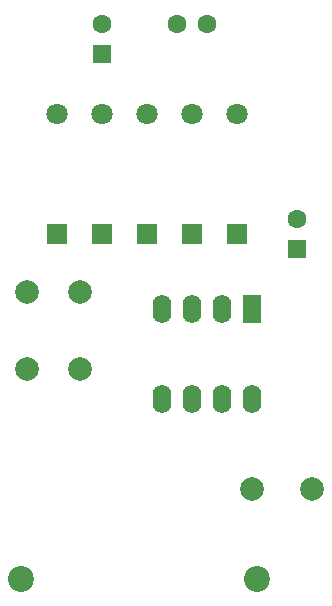
<source format=gbs>
G04 #@! TF.FileFunction,Soldermask,Bot*
%FSLAX46Y46*%
G04 Gerber Fmt 4.6, Leading zero omitted, Abs format (unit mm)*
G04 Created by KiCad (PCBNEW 4.0.1-stable) date 2017/05/09 18:16:20*
%MOMM*%
G01*
G04 APERTURE LIST*
%ADD10C,0.100000*%
%ADD11C,2.200000*%
%ADD12C,1.600000*%
%ADD13R,1.600000X1.600000*%
%ADD14C,1.800000*%
%ADD15R,1.800000X1.800000*%
%ADD16C,2.000000*%
%ADD17R,1.600000X2.400000*%
%ADD18O,1.600000X2.400000*%
G04 APERTURE END LIST*
D10*
D11*
X130915000Y-130175000D03*
X150915000Y-130175000D03*
D12*
X144145000Y-83185000D03*
X146645000Y-83185000D03*
D13*
X137795000Y-85725000D03*
D12*
X137795000Y-83225000D03*
D13*
X154305000Y-102235000D03*
D12*
X154305000Y-99735000D03*
D14*
X133985000Y-90805000D03*
D15*
X133985000Y-100965000D03*
D14*
X137795000Y-90805000D03*
D15*
X137795000Y-100965000D03*
D14*
X141605000Y-90805000D03*
D15*
X141605000Y-100965000D03*
D14*
X149225000Y-90805000D03*
D15*
X149225000Y-100965000D03*
D14*
X145415000Y-90805000D03*
D15*
X145415000Y-100965000D03*
D16*
X155575000Y-122555000D03*
X150495000Y-122555000D03*
X135945000Y-112395000D03*
X131445000Y-112395000D03*
X135945000Y-105895000D03*
X131445000Y-105895000D03*
D17*
X150495000Y-107315000D03*
D18*
X142875000Y-114935000D03*
X147955000Y-107315000D03*
X145415000Y-114935000D03*
X145415000Y-107315000D03*
X147955000Y-114935000D03*
X142875000Y-107315000D03*
X150495000Y-114935000D03*
M02*

</source>
